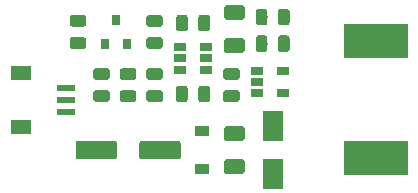
<source format=gtp>
G04 #@! TF.GenerationSoftware,KiCad,Pcbnew,(5.1.4)-1*
G04 #@! TF.CreationDate,2020-03-31T09:33:02+09:00*
G04 #@! TF.ProjectId,solenoid-driver,736f6c65-6e6f-4696-942d-647269766572,rev?*
G04 #@! TF.SameCoordinates,Original*
G04 #@! TF.FileFunction,Paste,Top*
G04 #@! TF.FilePolarity,Positive*
%FSLAX46Y46*%
G04 Gerber Fmt 4.6, Leading zero omitted, Abs format (unit mm)*
G04 Created by KiCad (PCBNEW (5.1.4)-1) date 2020-03-31 09:33:02*
%MOMM*%
%LPD*%
G04 APERTURE LIST*
%ADD10R,1.200000X0.900000*%
%ADD11C,0.100000*%
%ADD12C,0.975000*%
%ADD13R,0.800000X0.900000*%
%ADD14R,1.060000X0.650000*%
%ADD15R,5.400000X2.900000*%
%ADD16R,1.550000X0.600000*%
%ADD17R,1.800000X1.200000*%
%ADD18R,1.800000X2.500000*%
%ADD19C,1.600000*%
%ADD20C,1.250000*%
G04 APERTURE END LIST*
D10*
X186250000Y-123400000D03*
X186250000Y-120100000D03*
D11*
G36*
X178230142Y-116701174D02*
G01*
X178253803Y-116704684D01*
X178277007Y-116710496D01*
X178299529Y-116718554D01*
X178321153Y-116728782D01*
X178341670Y-116741079D01*
X178360883Y-116755329D01*
X178378607Y-116771393D01*
X178394671Y-116789117D01*
X178408921Y-116808330D01*
X178421218Y-116828847D01*
X178431446Y-116850471D01*
X178439504Y-116872993D01*
X178445316Y-116896197D01*
X178448826Y-116919858D01*
X178450000Y-116943750D01*
X178450000Y-117431250D01*
X178448826Y-117455142D01*
X178445316Y-117478803D01*
X178439504Y-117502007D01*
X178431446Y-117524529D01*
X178421218Y-117546153D01*
X178408921Y-117566670D01*
X178394671Y-117585883D01*
X178378607Y-117603607D01*
X178360883Y-117619671D01*
X178341670Y-117633921D01*
X178321153Y-117646218D01*
X178299529Y-117656446D01*
X178277007Y-117664504D01*
X178253803Y-117670316D01*
X178230142Y-117673826D01*
X178206250Y-117675000D01*
X177293750Y-117675000D01*
X177269858Y-117673826D01*
X177246197Y-117670316D01*
X177222993Y-117664504D01*
X177200471Y-117656446D01*
X177178847Y-117646218D01*
X177158330Y-117633921D01*
X177139117Y-117619671D01*
X177121393Y-117603607D01*
X177105329Y-117585883D01*
X177091079Y-117566670D01*
X177078782Y-117546153D01*
X177068554Y-117524529D01*
X177060496Y-117502007D01*
X177054684Y-117478803D01*
X177051174Y-117455142D01*
X177050000Y-117431250D01*
X177050000Y-116943750D01*
X177051174Y-116919858D01*
X177054684Y-116896197D01*
X177060496Y-116872993D01*
X177068554Y-116850471D01*
X177078782Y-116828847D01*
X177091079Y-116808330D01*
X177105329Y-116789117D01*
X177121393Y-116771393D01*
X177139117Y-116755329D01*
X177158330Y-116741079D01*
X177178847Y-116728782D01*
X177200471Y-116718554D01*
X177222993Y-116710496D01*
X177246197Y-116704684D01*
X177269858Y-116701174D01*
X177293750Y-116700000D01*
X178206250Y-116700000D01*
X178230142Y-116701174D01*
X178230142Y-116701174D01*
G37*
D12*
X177750000Y-117187500D03*
D11*
G36*
X178230142Y-114826174D02*
G01*
X178253803Y-114829684D01*
X178277007Y-114835496D01*
X178299529Y-114843554D01*
X178321153Y-114853782D01*
X178341670Y-114866079D01*
X178360883Y-114880329D01*
X178378607Y-114896393D01*
X178394671Y-114914117D01*
X178408921Y-114933330D01*
X178421218Y-114953847D01*
X178431446Y-114975471D01*
X178439504Y-114997993D01*
X178445316Y-115021197D01*
X178448826Y-115044858D01*
X178450000Y-115068750D01*
X178450000Y-115556250D01*
X178448826Y-115580142D01*
X178445316Y-115603803D01*
X178439504Y-115627007D01*
X178431446Y-115649529D01*
X178421218Y-115671153D01*
X178408921Y-115691670D01*
X178394671Y-115710883D01*
X178378607Y-115728607D01*
X178360883Y-115744671D01*
X178341670Y-115758921D01*
X178321153Y-115771218D01*
X178299529Y-115781446D01*
X178277007Y-115789504D01*
X178253803Y-115795316D01*
X178230142Y-115798826D01*
X178206250Y-115800000D01*
X177293750Y-115800000D01*
X177269858Y-115798826D01*
X177246197Y-115795316D01*
X177222993Y-115789504D01*
X177200471Y-115781446D01*
X177178847Y-115771218D01*
X177158330Y-115758921D01*
X177139117Y-115744671D01*
X177121393Y-115728607D01*
X177105329Y-115710883D01*
X177091079Y-115691670D01*
X177078782Y-115671153D01*
X177068554Y-115649529D01*
X177060496Y-115627007D01*
X177054684Y-115603803D01*
X177051174Y-115580142D01*
X177050000Y-115556250D01*
X177050000Y-115068750D01*
X177051174Y-115044858D01*
X177054684Y-115021197D01*
X177060496Y-114997993D01*
X177068554Y-114975471D01*
X177078782Y-114953847D01*
X177091079Y-114933330D01*
X177105329Y-114914117D01*
X177121393Y-114896393D01*
X177139117Y-114880329D01*
X177158330Y-114866079D01*
X177178847Y-114853782D01*
X177200471Y-114843554D01*
X177222993Y-114835496D01*
X177246197Y-114829684D01*
X177269858Y-114826174D01*
X177293750Y-114825000D01*
X178206250Y-114825000D01*
X178230142Y-114826174D01*
X178230142Y-114826174D01*
G37*
D12*
X177750000Y-115312500D03*
D13*
X179000000Y-110750000D03*
X179950000Y-112750000D03*
X178050000Y-112750000D03*
D11*
G36*
X176230142Y-112201174D02*
G01*
X176253803Y-112204684D01*
X176277007Y-112210496D01*
X176299529Y-112218554D01*
X176321153Y-112228782D01*
X176341670Y-112241079D01*
X176360883Y-112255329D01*
X176378607Y-112271393D01*
X176394671Y-112289117D01*
X176408921Y-112308330D01*
X176421218Y-112328847D01*
X176431446Y-112350471D01*
X176439504Y-112372993D01*
X176445316Y-112396197D01*
X176448826Y-112419858D01*
X176450000Y-112443750D01*
X176450000Y-112931250D01*
X176448826Y-112955142D01*
X176445316Y-112978803D01*
X176439504Y-113002007D01*
X176431446Y-113024529D01*
X176421218Y-113046153D01*
X176408921Y-113066670D01*
X176394671Y-113085883D01*
X176378607Y-113103607D01*
X176360883Y-113119671D01*
X176341670Y-113133921D01*
X176321153Y-113146218D01*
X176299529Y-113156446D01*
X176277007Y-113164504D01*
X176253803Y-113170316D01*
X176230142Y-113173826D01*
X176206250Y-113175000D01*
X175293750Y-113175000D01*
X175269858Y-113173826D01*
X175246197Y-113170316D01*
X175222993Y-113164504D01*
X175200471Y-113156446D01*
X175178847Y-113146218D01*
X175158330Y-113133921D01*
X175139117Y-113119671D01*
X175121393Y-113103607D01*
X175105329Y-113085883D01*
X175091079Y-113066670D01*
X175078782Y-113046153D01*
X175068554Y-113024529D01*
X175060496Y-113002007D01*
X175054684Y-112978803D01*
X175051174Y-112955142D01*
X175050000Y-112931250D01*
X175050000Y-112443750D01*
X175051174Y-112419858D01*
X175054684Y-112396197D01*
X175060496Y-112372993D01*
X175068554Y-112350471D01*
X175078782Y-112328847D01*
X175091079Y-112308330D01*
X175105329Y-112289117D01*
X175121393Y-112271393D01*
X175139117Y-112255329D01*
X175158330Y-112241079D01*
X175178847Y-112228782D01*
X175200471Y-112218554D01*
X175222993Y-112210496D01*
X175246197Y-112204684D01*
X175269858Y-112201174D01*
X175293750Y-112200000D01*
X176206250Y-112200000D01*
X176230142Y-112201174D01*
X176230142Y-112201174D01*
G37*
D12*
X175750000Y-112687500D03*
D11*
G36*
X176230142Y-110326174D02*
G01*
X176253803Y-110329684D01*
X176277007Y-110335496D01*
X176299529Y-110343554D01*
X176321153Y-110353782D01*
X176341670Y-110366079D01*
X176360883Y-110380329D01*
X176378607Y-110396393D01*
X176394671Y-110414117D01*
X176408921Y-110433330D01*
X176421218Y-110453847D01*
X176431446Y-110475471D01*
X176439504Y-110497993D01*
X176445316Y-110521197D01*
X176448826Y-110544858D01*
X176450000Y-110568750D01*
X176450000Y-111056250D01*
X176448826Y-111080142D01*
X176445316Y-111103803D01*
X176439504Y-111127007D01*
X176431446Y-111149529D01*
X176421218Y-111171153D01*
X176408921Y-111191670D01*
X176394671Y-111210883D01*
X176378607Y-111228607D01*
X176360883Y-111244671D01*
X176341670Y-111258921D01*
X176321153Y-111271218D01*
X176299529Y-111281446D01*
X176277007Y-111289504D01*
X176253803Y-111295316D01*
X176230142Y-111298826D01*
X176206250Y-111300000D01*
X175293750Y-111300000D01*
X175269858Y-111298826D01*
X175246197Y-111295316D01*
X175222993Y-111289504D01*
X175200471Y-111281446D01*
X175178847Y-111271218D01*
X175158330Y-111258921D01*
X175139117Y-111244671D01*
X175121393Y-111228607D01*
X175105329Y-111210883D01*
X175091079Y-111191670D01*
X175078782Y-111171153D01*
X175068554Y-111149529D01*
X175060496Y-111127007D01*
X175054684Y-111103803D01*
X175051174Y-111080142D01*
X175050000Y-111056250D01*
X175050000Y-110568750D01*
X175051174Y-110544858D01*
X175054684Y-110521197D01*
X175060496Y-110497993D01*
X175068554Y-110475471D01*
X175078782Y-110453847D01*
X175091079Y-110433330D01*
X175105329Y-110414117D01*
X175121393Y-110396393D01*
X175139117Y-110380329D01*
X175158330Y-110366079D01*
X175178847Y-110353782D01*
X175200471Y-110343554D01*
X175222993Y-110335496D01*
X175246197Y-110329684D01*
X175269858Y-110326174D01*
X175293750Y-110325000D01*
X176206250Y-110325000D01*
X176230142Y-110326174D01*
X176230142Y-110326174D01*
G37*
D12*
X175750000Y-110812500D03*
D11*
G36*
X182730142Y-116701174D02*
G01*
X182753803Y-116704684D01*
X182777007Y-116710496D01*
X182799529Y-116718554D01*
X182821153Y-116728782D01*
X182841670Y-116741079D01*
X182860883Y-116755329D01*
X182878607Y-116771393D01*
X182894671Y-116789117D01*
X182908921Y-116808330D01*
X182921218Y-116828847D01*
X182931446Y-116850471D01*
X182939504Y-116872993D01*
X182945316Y-116896197D01*
X182948826Y-116919858D01*
X182950000Y-116943750D01*
X182950000Y-117431250D01*
X182948826Y-117455142D01*
X182945316Y-117478803D01*
X182939504Y-117502007D01*
X182931446Y-117524529D01*
X182921218Y-117546153D01*
X182908921Y-117566670D01*
X182894671Y-117585883D01*
X182878607Y-117603607D01*
X182860883Y-117619671D01*
X182841670Y-117633921D01*
X182821153Y-117646218D01*
X182799529Y-117656446D01*
X182777007Y-117664504D01*
X182753803Y-117670316D01*
X182730142Y-117673826D01*
X182706250Y-117675000D01*
X181793750Y-117675000D01*
X181769858Y-117673826D01*
X181746197Y-117670316D01*
X181722993Y-117664504D01*
X181700471Y-117656446D01*
X181678847Y-117646218D01*
X181658330Y-117633921D01*
X181639117Y-117619671D01*
X181621393Y-117603607D01*
X181605329Y-117585883D01*
X181591079Y-117566670D01*
X181578782Y-117546153D01*
X181568554Y-117524529D01*
X181560496Y-117502007D01*
X181554684Y-117478803D01*
X181551174Y-117455142D01*
X181550000Y-117431250D01*
X181550000Y-116943750D01*
X181551174Y-116919858D01*
X181554684Y-116896197D01*
X181560496Y-116872993D01*
X181568554Y-116850471D01*
X181578782Y-116828847D01*
X181591079Y-116808330D01*
X181605329Y-116789117D01*
X181621393Y-116771393D01*
X181639117Y-116755329D01*
X181658330Y-116741079D01*
X181678847Y-116728782D01*
X181700471Y-116718554D01*
X181722993Y-116710496D01*
X181746197Y-116704684D01*
X181769858Y-116701174D01*
X181793750Y-116700000D01*
X182706250Y-116700000D01*
X182730142Y-116701174D01*
X182730142Y-116701174D01*
G37*
D12*
X182250000Y-117187500D03*
D11*
G36*
X182730142Y-114826174D02*
G01*
X182753803Y-114829684D01*
X182777007Y-114835496D01*
X182799529Y-114843554D01*
X182821153Y-114853782D01*
X182841670Y-114866079D01*
X182860883Y-114880329D01*
X182878607Y-114896393D01*
X182894671Y-114914117D01*
X182908921Y-114933330D01*
X182921218Y-114953847D01*
X182931446Y-114975471D01*
X182939504Y-114997993D01*
X182945316Y-115021197D01*
X182948826Y-115044858D01*
X182950000Y-115068750D01*
X182950000Y-115556250D01*
X182948826Y-115580142D01*
X182945316Y-115603803D01*
X182939504Y-115627007D01*
X182931446Y-115649529D01*
X182921218Y-115671153D01*
X182908921Y-115691670D01*
X182894671Y-115710883D01*
X182878607Y-115728607D01*
X182860883Y-115744671D01*
X182841670Y-115758921D01*
X182821153Y-115771218D01*
X182799529Y-115781446D01*
X182777007Y-115789504D01*
X182753803Y-115795316D01*
X182730142Y-115798826D01*
X182706250Y-115800000D01*
X181793750Y-115800000D01*
X181769858Y-115798826D01*
X181746197Y-115795316D01*
X181722993Y-115789504D01*
X181700471Y-115781446D01*
X181678847Y-115771218D01*
X181658330Y-115758921D01*
X181639117Y-115744671D01*
X181621393Y-115728607D01*
X181605329Y-115710883D01*
X181591079Y-115691670D01*
X181578782Y-115671153D01*
X181568554Y-115649529D01*
X181560496Y-115627007D01*
X181554684Y-115603803D01*
X181551174Y-115580142D01*
X181550000Y-115556250D01*
X181550000Y-115068750D01*
X181551174Y-115044858D01*
X181554684Y-115021197D01*
X181560496Y-114997993D01*
X181568554Y-114975471D01*
X181578782Y-114953847D01*
X181591079Y-114933330D01*
X181605329Y-114914117D01*
X181621393Y-114896393D01*
X181639117Y-114880329D01*
X181658330Y-114866079D01*
X181678847Y-114853782D01*
X181700471Y-114843554D01*
X181722993Y-114835496D01*
X181746197Y-114829684D01*
X181769858Y-114826174D01*
X181793750Y-114825000D01*
X182706250Y-114825000D01*
X182730142Y-114826174D01*
X182730142Y-114826174D01*
G37*
D12*
X182250000Y-115312500D03*
D11*
G36*
X180480142Y-116701174D02*
G01*
X180503803Y-116704684D01*
X180527007Y-116710496D01*
X180549529Y-116718554D01*
X180571153Y-116728782D01*
X180591670Y-116741079D01*
X180610883Y-116755329D01*
X180628607Y-116771393D01*
X180644671Y-116789117D01*
X180658921Y-116808330D01*
X180671218Y-116828847D01*
X180681446Y-116850471D01*
X180689504Y-116872993D01*
X180695316Y-116896197D01*
X180698826Y-116919858D01*
X180700000Y-116943750D01*
X180700000Y-117431250D01*
X180698826Y-117455142D01*
X180695316Y-117478803D01*
X180689504Y-117502007D01*
X180681446Y-117524529D01*
X180671218Y-117546153D01*
X180658921Y-117566670D01*
X180644671Y-117585883D01*
X180628607Y-117603607D01*
X180610883Y-117619671D01*
X180591670Y-117633921D01*
X180571153Y-117646218D01*
X180549529Y-117656446D01*
X180527007Y-117664504D01*
X180503803Y-117670316D01*
X180480142Y-117673826D01*
X180456250Y-117675000D01*
X179543750Y-117675000D01*
X179519858Y-117673826D01*
X179496197Y-117670316D01*
X179472993Y-117664504D01*
X179450471Y-117656446D01*
X179428847Y-117646218D01*
X179408330Y-117633921D01*
X179389117Y-117619671D01*
X179371393Y-117603607D01*
X179355329Y-117585883D01*
X179341079Y-117566670D01*
X179328782Y-117546153D01*
X179318554Y-117524529D01*
X179310496Y-117502007D01*
X179304684Y-117478803D01*
X179301174Y-117455142D01*
X179300000Y-117431250D01*
X179300000Y-116943750D01*
X179301174Y-116919858D01*
X179304684Y-116896197D01*
X179310496Y-116872993D01*
X179318554Y-116850471D01*
X179328782Y-116828847D01*
X179341079Y-116808330D01*
X179355329Y-116789117D01*
X179371393Y-116771393D01*
X179389117Y-116755329D01*
X179408330Y-116741079D01*
X179428847Y-116728782D01*
X179450471Y-116718554D01*
X179472993Y-116710496D01*
X179496197Y-116704684D01*
X179519858Y-116701174D01*
X179543750Y-116700000D01*
X180456250Y-116700000D01*
X180480142Y-116701174D01*
X180480142Y-116701174D01*
G37*
D12*
X180000000Y-117187500D03*
D11*
G36*
X180480142Y-114826174D02*
G01*
X180503803Y-114829684D01*
X180527007Y-114835496D01*
X180549529Y-114843554D01*
X180571153Y-114853782D01*
X180591670Y-114866079D01*
X180610883Y-114880329D01*
X180628607Y-114896393D01*
X180644671Y-114914117D01*
X180658921Y-114933330D01*
X180671218Y-114953847D01*
X180681446Y-114975471D01*
X180689504Y-114997993D01*
X180695316Y-115021197D01*
X180698826Y-115044858D01*
X180700000Y-115068750D01*
X180700000Y-115556250D01*
X180698826Y-115580142D01*
X180695316Y-115603803D01*
X180689504Y-115627007D01*
X180681446Y-115649529D01*
X180671218Y-115671153D01*
X180658921Y-115691670D01*
X180644671Y-115710883D01*
X180628607Y-115728607D01*
X180610883Y-115744671D01*
X180591670Y-115758921D01*
X180571153Y-115771218D01*
X180549529Y-115781446D01*
X180527007Y-115789504D01*
X180503803Y-115795316D01*
X180480142Y-115798826D01*
X180456250Y-115800000D01*
X179543750Y-115800000D01*
X179519858Y-115798826D01*
X179496197Y-115795316D01*
X179472993Y-115789504D01*
X179450471Y-115781446D01*
X179428847Y-115771218D01*
X179408330Y-115758921D01*
X179389117Y-115744671D01*
X179371393Y-115728607D01*
X179355329Y-115710883D01*
X179341079Y-115691670D01*
X179328782Y-115671153D01*
X179318554Y-115649529D01*
X179310496Y-115627007D01*
X179304684Y-115603803D01*
X179301174Y-115580142D01*
X179300000Y-115556250D01*
X179300000Y-115068750D01*
X179301174Y-115044858D01*
X179304684Y-115021197D01*
X179310496Y-114997993D01*
X179318554Y-114975471D01*
X179328782Y-114953847D01*
X179341079Y-114933330D01*
X179355329Y-114914117D01*
X179371393Y-114896393D01*
X179389117Y-114880329D01*
X179408330Y-114866079D01*
X179428847Y-114853782D01*
X179450471Y-114843554D01*
X179472993Y-114835496D01*
X179496197Y-114829684D01*
X179519858Y-114826174D01*
X179543750Y-114825000D01*
X180456250Y-114825000D01*
X180480142Y-114826174D01*
X180480142Y-114826174D01*
G37*
D12*
X180000000Y-115312500D03*
D14*
X193100000Y-115050000D03*
X193100000Y-116950000D03*
X190900000Y-116950000D03*
X190900000Y-116000000D03*
X190900000Y-115050000D03*
X184400000Y-113050000D03*
X184400000Y-114000000D03*
X184400000Y-114950000D03*
X186600000Y-114950000D03*
X186600000Y-113050000D03*
X186600000Y-114000000D03*
D11*
G36*
X191580142Y-112051174D02*
G01*
X191603803Y-112054684D01*
X191627007Y-112060496D01*
X191649529Y-112068554D01*
X191671153Y-112078782D01*
X191691670Y-112091079D01*
X191710883Y-112105329D01*
X191728607Y-112121393D01*
X191744671Y-112139117D01*
X191758921Y-112158330D01*
X191771218Y-112178847D01*
X191781446Y-112200471D01*
X191789504Y-112222993D01*
X191795316Y-112246197D01*
X191798826Y-112269858D01*
X191800000Y-112293750D01*
X191800000Y-113206250D01*
X191798826Y-113230142D01*
X191795316Y-113253803D01*
X191789504Y-113277007D01*
X191781446Y-113299529D01*
X191771218Y-113321153D01*
X191758921Y-113341670D01*
X191744671Y-113360883D01*
X191728607Y-113378607D01*
X191710883Y-113394671D01*
X191691670Y-113408921D01*
X191671153Y-113421218D01*
X191649529Y-113431446D01*
X191627007Y-113439504D01*
X191603803Y-113445316D01*
X191580142Y-113448826D01*
X191556250Y-113450000D01*
X191068750Y-113450000D01*
X191044858Y-113448826D01*
X191021197Y-113445316D01*
X190997993Y-113439504D01*
X190975471Y-113431446D01*
X190953847Y-113421218D01*
X190933330Y-113408921D01*
X190914117Y-113394671D01*
X190896393Y-113378607D01*
X190880329Y-113360883D01*
X190866079Y-113341670D01*
X190853782Y-113321153D01*
X190843554Y-113299529D01*
X190835496Y-113277007D01*
X190829684Y-113253803D01*
X190826174Y-113230142D01*
X190825000Y-113206250D01*
X190825000Y-112293750D01*
X190826174Y-112269858D01*
X190829684Y-112246197D01*
X190835496Y-112222993D01*
X190843554Y-112200471D01*
X190853782Y-112178847D01*
X190866079Y-112158330D01*
X190880329Y-112139117D01*
X190896393Y-112121393D01*
X190914117Y-112105329D01*
X190933330Y-112091079D01*
X190953847Y-112078782D01*
X190975471Y-112068554D01*
X190997993Y-112060496D01*
X191021197Y-112054684D01*
X191044858Y-112051174D01*
X191068750Y-112050000D01*
X191556250Y-112050000D01*
X191580142Y-112051174D01*
X191580142Y-112051174D01*
G37*
D12*
X191312500Y-112750000D03*
D11*
G36*
X193455142Y-112051174D02*
G01*
X193478803Y-112054684D01*
X193502007Y-112060496D01*
X193524529Y-112068554D01*
X193546153Y-112078782D01*
X193566670Y-112091079D01*
X193585883Y-112105329D01*
X193603607Y-112121393D01*
X193619671Y-112139117D01*
X193633921Y-112158330D01*
X193646218Y-112178847D01*
X193656446Y-112200471D01*
X193664504Y-112222993D01*
X193670316Y-112246197D01*
X193673826Y-112269858D01*
X193675000Y-112293750D01*
X193675000Y-113206250D01*
X193673826Y-113230142D01*
X193670316Y-113253803D01*
X193664504Y-113277007D01*
X193656446Y-113299529D01*
X193646218Y-113321153D01*
X193633921Y-113341670D01*
X193619671Y-113360883D01*
X193603607Y-113378607D01*
X193585883Y-113394671D01*
X193566670Y-113408921D01*
X193546153Y-113421218D01*
X193524529Y-113431446D01*
X193502007Y-113439504D01*
X193478803Y-113445316D01*
X193455142Y-113448826D01*
X193431250Y-113450000D01*
X192943750Y-113450000D01*
X192919858Y-113448826D01*
X192896197Y-113445316D01*
X192872993Y-113439504D01*
X192850471Y-113431446D01*
X192828847Y-113421218D01*
X192808330Y-113408921D01*
X192789117Y-113394671D01*
X192771393Y-113378607D01*
X192755329Y-113360883D01*
X192741079Y-113341670D01*
X192728782Y-113321153D01*
X192718554Y-113299529D01*
X192710496Y-113277007D01*
X192704684Y-113253803D01*
X192701174Y-113230142D01*
X192700000Y-113206250D01*
X192700000Y-112293750D01*
X192701174Y-112269858D01*
X192704684Y-112246197D01*
X192710496Y-112222993D01*
X192718554Y-112200471D01*
X192728782Y-112178847D01*
X192741079Y-112158330D01*
X192755329Y-112139117D01*
X192771393Y-112121393D01*
X192789117Y-112105329D01*
X192808330Y-112091079D01*
X192828847Y-112078782D01*
X192850471Y-112068554D01*
X192872993Y-112060496D01*
X192896197Y-112054684D01*
X192919858Y-112051174D01*
X192943750Y-112050000D01*
X193431250Y-112050000D01*
X193455142Y-112051174D01*
X193455142Y-112051174D01*
G37*
D12*
X193187500Y-112750000D03*
D11*
G36*
X191580142Y-109801174D02*
G01*
X191603803Y-109804684D01*
X191627007Y-109810496D01*
X191649529Y-109818554D01*
X191671153Y-109828782D01*
X191691670Y-109841079D01*
X191710883Y-109855329D01*
X191728607Y-109871393D01*
X191744671Y-109889117D01*
X191758921Y-109908330D01*
X191771218Y-109928847D01*
X191781446Y-109950471D01*
X191789504Y-109972993D01*
X191795316Y-109996197D01*
X191798826Y-110019858D01*
X191800000Y-110043750D01*
X191800000Y-110956250D01*
X191798826Y-110980142D01*
X191795316Y-111003803D01*
X191789504Y-111027007D01*
X191781446Y-111049529D01*
X191771218Y-111071153D01*
X191758921Y-111091670D01*
X191744671Y-111110883D01*
X191728607Y-111128607D01*
X191710883Y-111144671D01*
X191691670Y-111158921D01*
X191671153Y-111171218D01*
X191649529Y-111181446D01*
X191627007Y-111189504D01*
X191603803Y-111195316D01*
X191580142Y-111198826D01*
X191556250Y-111200000D01*
X191068750Y-111200000D01*
X191044858Y-111198826D01*
X191021197Y-111195316D01*
X190997993Y-111189504D01*
X190975471Y-111181446D01*
X190953847Y-111171218D01*
X190933330Y-111158921D01*
X190914117Y-111144671D01*
X190896393Y-111128607D01*
X190880329Y-111110883D01*
X190866079Y-111091670D01*
X190853782Y-111071153D01*
X190843554Y-111049529D01*
X190835496Y-111027007D01*
X190829684Y-111003803D01*
X190826174Y-110980142D01*
X190825000Y-110956250D01*
X190825000Y-110043750D01*
X190826174Y-110019858D01*
X190829684Y-109996197D01*
X190835496Y-109972993D01*
X190843554Y-109950471D01*
X190853782Y-109928847D01*
X190866079Y-109908330D01*
X190880329Y-109889117D01*
X190896393Y-109871393D01*
X190914117Y-109855329D01*
X190933330Y-109841079D01*
X190953847Y-109828782D01*
X190975471Y-109818554D01*
X190997993Y-109810496D01*
X191021197Y-109804684D01*
X191044858Y-109801174D01*
X191068750Y-109800000D01*
X191556250Y-109800000D01*
X191580142Y-109801174D01*
X191580142Y-109801174D01*
G37*
D12*
X191312500Y-110500000D03*
D11*
G36*
X193455142Y-109801174D02*
G01*
X193478803Y-109804684D01*
X193502007Y-109810496D01*
X193524529Y-109818554D01*
X193546153Y-109828782D01*
X193566670Y-109841079D01*
X193585883Y-109855329D01*
X193603607Y-109871393D01*
X193619671Y-109889117D01*
X193633921Y-109908330D01*
X193646218Y-109928847D01*
X193656446Y-109950471D01*
X193664504Y-109972993D01*
X193670316Y-109996197D01*
X193673826Y-110019858D01*
X193675000Y-110043750D01*
X193675000Y-110956250D01*
X193673826Y-110980142D01*
X193670316Y-111003803D01*
X193664504Y-111027007D01*
X193656446Y-111049529D01*
X193646218Y-111071153D01*
X193633921Y-111091670D01*
X193619671Y-111110883D01*
X193603607Y-111128607D01*
X193585883Y-111144671D01*
X193566670Y-111158921D01*
X193546153Y-111171218D01*
X193524529Y-111181446D01*
X193502007Y-111189504D01*
X193478803Y-111195316D01*
X193455142Y-111198826D01*
X193431250Y-111200000D01*
X192943750Y-111200000D01*
X192919858Y-111198826D01*
X192896197Y-111195316D01*
X192872993Y-111189504D01*
X192850471Y-111181446D01*
X192828847Y-111171218D01*
X192808330Y-111158921D01*
X192789117Y-111144671D01*
X192771393Y-111128607D01*
X192755329Y-111110883D01*
X192741079Y-111091670D01*
X192728782Y-111071153D01*
X192718554Y-111049529D01*
X192710496Y-111027007D01*
X192704684Y-111003803D01*
X192701174Y-110980142D01*
X192700000Y-110956250D01*
X192700000Y-110043750D01*
X192701174Y-110019858D01*
X192704684Y-109996197D01*
X192710496Y-109972993D01*
X192718554Y-109950471D01*
X192728782Y-109928847D01*
X192741079Y-109908330D01*
X192755329Y-109889117D01*
X192771393Y-109871393D01*
X192789117Y-109855329D01*
X192808330Y-109841079D01*
X192828847Y-109828782D01*
X192850471Y-109818554D01*
X192872993Y-109810496D01*
X192896197Y-109804684D01*
X192919858Y-109801174D01*
X192943750Y-109800000D01*
X193431250Y-109800000D01*
X193455142Y-109801174D01*
X193455142Y-109801174D01*
G37*
D12*
X193187500Y-110500000D03*
D11*
G36*
X186705142Y-116301174D02*
G01*
X186728803Y-116304684D01*
X186752007Y-116310496D01*
X186774529Y-116318554D01*
X186796153Y-116328782D01*
X186816670Y-116341079D01*
X186835883Y-116355329D01*
X186853607Y-116371393D01*
X186869671Y-116389117D01*
X186883921Y-116408330D01*
X186896218Y-116428847D01*
X186906446Y-116450471D01*
X186914504Y-116472993D01*
X186920316Y-116496197D01*
X186923826Y-116519858D01*
X186925000Y-116543750D01*
X186925000Y-117456250D01*
X186923826Y-117480142D01*
X186920316Y-117503803D01*
X186914504Y-117527007D01*
X186906446Y-117549529D01*
X186896218Y-117571153D01*
X186883921Y-117591670D01*
X186869671Y-117610883D01*
X186853607Y-117628607D01*
X186835883Y-117644671D01*
X186816670Y-117658921D01*
X186796153Y-117671218D01*
X186774529Y-117681446D01*
X186752007Y-117689504D01*
X186728803Y-117695316D01*
X186705142Y-117698826D01*
X186681250Y-117700000D01*
X186193750Y-117700000D01*
X186169858Y-117698826D01*
X186146197Y-117695316D01*
X186122993Y-117689504D01*
X186100471Y-117681446D01*
X186078847Y-117671218D01*
X186058330Y-117658921D01*
X186039117Y-117644671D01*
X186021393Y-117628607D01*
X186005329Y-117610883D01*
X185991079Y-117591670D01*
X185978782Y-117571153D01*
X185968554Y-117549529D01*
X185960496Y-117527007D01*
X185954684Y-117503803D01*
X185951174Y-117480142D01*
X185950000Y-117456250D01*
X185950000Y-116543750D01*
X185951174Y-116519858D01*
X185954684Y-116496197D01*
X185960496Y-116472993D01*
X185968554Y-116450471D01*
X185978782Y-116428847D01*
X185991079Y-116408330D01*
X186005329Y-116389117D01*
X186021393Y-116371393D01*
X186039117Y-116355329D01*
X186058330Y-116341079D01*
X186078847Y-116328782D01*
X186100471Y-116318554D01*
X186122993Y-116310496D01*
X186146197Y-116304684D01*
X186169858Y-116301174D01*
X186193750Y-116300000D01*
X186681250Y-116300000D01*
X186705142Y-116301174D01*
X186705142Y-116301174D01*
G37*
D12*
X186437500Y-117000000D03*
D11*
G36*
X184830142Y-116301174D02*
G01*
X184853803Y-116304684D01*
X184877007Y-116310496D01*
X184899529Y-116318554D01*
X184921153Y-116328782D01*
X184941670Y-116341079D01*
X184960883Y-116355329D01*
X184978607Y-116371393D01*
X184994671Y-116389117D01*
X185008921Y-116408330D01*
X185021218Y-116428847D01*
X185031446Y-116450471D01*
X185039504Y-116472993D01*
X185045316Y-116496197D01*
X185048826Y-116519858D01*
X185050000Y-116543750D01*
X185050000Y-117456250D01*
X185048826Y-117480142D01*
X185045316Y-117503803D01*
X185039504Y-117527007D01*
X185031446Y-117549529D01*
X185021218Y-117571153D01*
X185008921Y-117591670D01*
X184994671Y-117610883D01*
X184978607Y-117628607D01*
X184960883Y-117644671D01*
X184941670Y-117658921D01*
X184921153Y-117671218D01*
X184899529Y-117681446D01*
X184877007Y-117689504D01*
X184853803Y-117695316D01*
X184830142Y-117698826D01*
X184806250Y-117700000D01*
X184318750Y-117700000D01*
X184294858Y-117698826D01*
X184271197Y-117695316D01*
X184247993Y-117689504D01*
X184225471Y-117681446D01*
X184203847Y-117671218D01*
X184183330Y-117658921D01*
X184164117Y-117644671D01*
X184146393Y-117628607D01*
X184130329Y-117610883D01*
X184116079Y-117591670D01*
X184103782Y-117571153D01*
X184093554Y-117549529D01*
X184085496Y-117527007D01*
X184079684Y-117503803D01*
X184076174Y-117480142D01*
X184075000Y-117456250D01*
X184075000Y-116543750D01*
X184076174Y-116519858D01*
X184079684Y-116496197D01*
X184085496Y-116472993D01*
X184093554Y-116450471D01*
X184103782Y-116428847D01*
X184116079Y-116408330D01*
X184130329Y-116389117D01*
X184146393Y-116371393D01*
X184164117Y-116355329D01*
X184183330Y-116341079D01*
X184203847Y-116328782D01*
X184225471Y-116318554D01*
X184247993Y-116310496D01*
X184271197Y-116304684D01*
X184294858Y-116301174D01*
X184318750Y-116300000D01*
X184806250Y-116300000D01*
X184830142Y-116301174D01*
X184830142Y-116301174D01*
G37*
D12*
X184562500Y-117000000D03*
D11*
G36*
X189230142Y-114826174D02*
G01*
X189253803Y-114829684D01*
X189277007Y-114835496D01*
X189299529Y-114843554D01*
X189321153Y-114853782D01*
X189341670Y-114866079D01*
X189360883Y-114880329D01*
X189378607Y-114896393D01*
X189394671Y-114914117D01*
X189408921Y-114933330D01*
X189421218Y-114953847D01*
X189431446Y-114975471D01*
X189439504Y-114997993D01*
X189445316Y-115021197D01*
X189448826Y-115044858D01*
X189450000Y-115068750D01*
X189450000Y-115556250D01*
X189448826Y-115580142D01*
X189445316Y-115603803D01*
X189439504Y-115627007D01*
X189431446Y-115649529D01*
X189421218Y-115671153D01*
X189408921Y-115691670D01*
X189394671Y-115710883D01*
X189378607Y-115728607D01*
X189360883Y-115744671D01*
X189341670Y-115758921D01*
X189321153Y-115771218D01*
X189299529Y-115781446D01*
X189277007Y-115789504D01*
X189253803Y-115795316D01*
X189230142Y-115798826D01*
X189206250Y-115800000D01*
X188293750Y-115800000D01*
X188269858Y-115798826D01*
X188246197Y-115795316D01*
X188222993Y-115789504D01*
X188200471Y-115781446D01*
X188178847Y-115771218D01*
X188158330Y-115758921D01*
X188139117Y-115744671D01*
X188121393Y-115728607D01*
X188105329Y-115710883D01*
X188091079Y-115691670D01*
X188078782Y-115671153D01*
X188068554Y-115649529D01*
X188060496Y-115627007D01*
X188054684Y-115603803D01*
X188051174Y-115580142D01*
X188050000Y-115556250D01*
X188050000Y-115068750D01*
X188051174Y-115044858D01*
X188054684Y-115021197D01*
X188060496Y-114997993D01*
X188068554Y-114975471D01*
X188078782Y-114953847D01*
X188091079Y-114933330D01*
X188105329Y-114914117D01*
X188121393Y-114896393D01*
X188139117Y-114880329D01*
X188158330Y-114866079D01*
X188178847Y-114853782D01*
X188200471Y-114843554D01*
X188222993Y-114835496D01*
X188246197Y-114829684D01*
X188269858Y-114826174D01*
X188293750Y-114825000D01*
X189206250Y-114825000D01*
X189230142Y-114826174D01*
X189230142Y-114826174D01*
G37*
D12*
X188750000Y-115312500D03*
D11*
G36*
X189230142Y-116701174D02*
G01*
X189253803Y-116704684D01*
X189277007Y-116710496D01*
X189299529Y-116718554D01*
X189321153Y-116728782D01*
X189341670Y-116741079D01*
X189360883Y-116755329D01*
X189378607Y-116771393D01*
X189394671Y-116789117D01*
X189408921Y-116808330D01*
X189421218Y-116828847D01*
X189431446Y-116850471D01*
X189439504Y-116872993D01*
X189445316Y-116896197D01*
X189448826Y-116919858D01*
X189450000Y-116943750D01*
X189450000Y-117431250D01*
X189448826Y-117455142D01*
X189445316Y-117478803D01*
X189439504Y-117502007D01*
X189431446Y-117524529D01*
X189421218Y-117546153D01*
X189408921Y-117566670D01*
X189394671Y-117585883D01*
X189378607Y-117603607D01*
X189360883Y-117619671D01*
X189341670Y-117633921D01*
X189321153Y-117646218D01*
X189299529Y-117656446D01*
X189277007Y-117664504D01*
X189253803Y-117670316D01*
X189230142Y-117673826D01*
X189206250Y-117675000D01*
X188293750Y-117675000D01*
X188269858Y-117673826D01*
X188246197Y-117670316D01*
X188222993Y-117664504D01*
X188200471Y-117656446D01*
X188178847Y-117646218D01*
X188158330Y-117633921D01*
X188139117Y-117619671D01*
X188121393Y-117603607D01*
X188105329Y-117585883D01*
X188091079Y-117566670D01*
X188078782Y-117546153D01*
X188068554Y-117524529D01*
X188060496Y-117502007D01*
X188054684Y-117478803D01*
X188051174Y-117455142D01*
X188050000Y-117431250D01*
X188050000Y-116943750D01*
X188051174Y-116919858D01*
X188054684Y-116896197D01*
X188060496Y-116872993D01*
X188068554Y-116850471D01*
X188078782Y-116828847D01*
X188091079Y-116808330D01*
X188105329Y-116789117D01*
X188121393Y-116771393D01*
X188139117Y-116755329D01*
X188158330Y-116741079D01*
X188178847Y-116728782D01*
X188200471Y-116718554D01*
X188222993Y-116710496D01*
X188246197Y-116704684D01*
X188269858Y-116701174D01*
X188293750Y-116700000D01*
X189206250Y-116700000D01*
X189230142Y-116701174D01*
X189230142Y-116701174D01*
G37*
D12*
X188750000Y-117187500D03*
D15*
X201000000Y-122450000D03*
X201000000Y-112550000D03*
D16*
X174775000Y-118500000D03*
X174775000Y-117500000D03*
X174775000Y-116500000D03*
D17*
X170900000Y-115200000D03*
X170900000Y-119800000D03*
D18*
X192250000Y-123750000D03*
X192250000Y-119750000D03*
D11*
G36*
X178824504Y-120951204D02*
G01*
X178848773Y-120954804D01*
X178872571Y-120960765D01*
X178895671Y-120969030D01*
X178917849Y-120979520D01*
X178938893Y-120992133D01*
X178958598Y-121006747D01*
X178976777Y-121023223D01*
X178993253Y-121041402D01*
X179007867Y-121061107D01*
X179020480Y-121082151D01*
X179030970Y-121104329D01*
X179039235Y-121127429D01*
X179045196Y-121151227D01*
X179048796Y-121175496D01*
X179050000Y-121200000D01*
X179050000Y-122300000D01*
X179048796Y-122324504D01*
X179045196Y-122348773D01*
X179039235Y-122372571D01*
X179030970Y-122395671D01*
X179020480Y-122417849D01*
X179007867Y-122438893D01*
X178993253Y-122458598D01*
X178976777Y-122476777D01*
X178958598Y-122493253D01*
X178938893Y-122507867D01*
X178917849Y-122520480D01*
X178895671Y-122530970D01*
X178872571Y-122539235D01*
X178848773Y-122545196D01*
X178824504Y-122548796D01*
X178800000Y-122550000D01*
X175800000Y-122550000D01*
X175775496Y-122548796D01*
X175751227Y-122545196D01*
X175727429Y-122539235D01*
X175704329Y-122530970D01*
X175682151Y-122520480D01*
X175661107Y-122507867D01*
X175641402Y-122493253D01*
X175623223Y-122476777D01*
X175606747Y-122458598D01*
X175592133Y-122438893D01*
X175579520Y-122417849D01*
X175569030Y-122395671D01*
X175560765Y-122372571D01*
X175554804Y-122348773D01*
X175551204Y-122324504D01*
X175550000Y-122300000D01*
X175550000Y-121200000D01*
X175551204Y-121175496D01*
X175554804Y-121151227D01*
X175560765Y-121127429D01*
X175569030Y-121104329D01*
X175579520Y-121082151D01*
X175592133Y-121061107D01*
X175606747Y-121041402D01*
X175623223Y-121023223D01*
X175641402Y-121006747D01*
X175661107Y-120992133D01*
X175682151Y-120979520D01*
X175704329Y-120969030D01*
X175727429Y-120960765D01*
X175751227Y-120954804D01*
X175775496Y-120951204D01*
X175800000Y-120950000D01*
X178800000Y-120950000D01*
X178824504Y-120951204D01*
X178824504Y-120951204D01*
G37*
D19*
X177300000Y-121750000D03*
D11*
G36*
X184224504Y-120951204D02*
G01*
X184248773Y-120954804D01*
X184272571Y-120960765D01*
X184295671Y-120969030D01*
X184317849Y-120979520D01*
X184338893Y-120992133D01*
X184358598Y-121006747D01*
X184376777Y-121023223D01*
X184393253Y-121041402D01*
X184407867Y-121061107D01*
X184420480Y-121082151D01*
X184430970Y-121104329D01*
X184439235Y-121127429D01*
X184445196Y-121151227D01*
X184448796Y-121175496D01*
X184450000Y-121200000D01*
X184450000Y-122300000D01*
X184448796Y-122324504D01*
X184445196Y-122348773D01*
X184439235Y-122372571D01*
X184430970Y-122395671D01*
X184420480Y-122417849D01*
X184407867Y-122438893D01*
X184393253Y-122458598D01*
X184376777Y-122476777D01*
X184358598Y-122493253D01*
X184338893Y-122507867D01*
X184317849Y-122520480D01*
X184295671Y-122530970D01*
X184272571Y-122539235D01*
X184248773Y-122545196D01*
X184224504Y-122548796D01*
X184200000Y-122550000D01*
X181200000Y-122550000D01*
X181175496Y-122548796D01*
X181151227Y-122545196D01*
X181127429Y-122539235D01*
X181104329Y-122530970D01*
X181082151Y-122520480D01*
X181061107Y-122507867D01*
X181041402Y-122493253D01*
X181023223Y-122476777D01*
X181006747Y-122458598D01*
X180992133Y-122438893D01*
X180979520Y-122417849D01*
X180969030Y-122395671D01*
X180960765Y-122372571D01*
X180954804Y-122348773D01*
X180951204Y-122324504D01*
X180950000Y-122300000D01*
X180950000Y-121200000D01*
X180951204Y-121175496D01*
X180954804Y-121151227D01*
X180960765Y-121127429D01*
X180969030Y-121104329D01*
X180979520Y-121082151D01*
X180992133Y-121061107D01*
X181006747Y-121041402D01*
X181023223Y-121023223D01*
X181041402Y-121006747D01*
X181061107Y-120992133D01*
X181082151Y-120979520D01*
X181104329Y-120969030D01*
X181127429Y-120960765D01*
X181151227Y-120954804D01*
X181175496Y-120951204D01*
X181200000Y-120950000D01*
X184200000Y-120950000D01*
X184224504Y-120951204D01*
X184224504Y-120951204D01*
G37*
D19*
X182700000Y-121750000D03*
D11*
G36*
X189649504Y-119726204D02*
G01*
X189673773Y-119729804D01*
X189697571Y-119735765D01*
X189720671Y-119744030D01*
X189742849Y-119754520D01*
X189763893Y-119767133D01*
X189783598Y-119781747D01*
X189801777Y-119798223D01*
X189818253Y-119816402D01*
X189832867Y-119836107D01*
X189845480Y-119857151D01*
X189855970Y-119879329D01*
X189864235Y-119902429D01*
X189870196Y-119926227D01*
X189873796Y-119950496D01*
X189875000Y-119975000D01*
X189875000Y-120725000D01*
X189873796Y-120749504D01*
X189870196Y-120773773D01*
X189864235Y-120797571D01*
X189855970Y-120820671D01*
X189845480Y-120842849D01*
X189832867Y-120863893D01*
X189818253Y-120883598D01*
X189801777Y-120901777D01*
X189783598Y-120918253D01*
X189763893Y-120932867D01*
X189742849Y-120945480D01*
X189720671Y-120955970D01*
X189697571Y-120964235D01*
X189673773Y-120970196D01*
X189649504Y-120973796D01*
X189625000Y-120975000D01*
X188375000Y-120975000D01*
X188350496Y-120973796D01*
X188326227Y-120970196D01*
X188302429Y-120964235D01*
X188279329Y-120955970D01*
X188257151Y-120945480D01*
X188236107Y-120932867D01*
X188216402Y-120918253D01*
X188198223Y-120901777D01*
X188181747Y-120883598D01*
X188167133Y-120863893D01*
X188154520Y-120842849D01*
X188144030Y-120820671D01*
X188135765Y-120797571D01*
X188129804Y-120773773D01*
X188126204Y-120749504D01*
X188125000Y-120725000D01*
X188125000Y-119975000D01*
X188126204Y-119950496D01*
X188129804Y-119926227D01*
X188135765Y-119902429D01*
X188144030Y-119879329D01*
X188154520Y-119857151D01*
X188167133Y-119836107D01*
X188181747Y-119816402D01*
X188198223Y-119798223D01*
X188216402Y-119781747D01*
X188236107Y-119767133D01*
X188257151Y-119754520D01*
X188279329Y-119744030D01*
X188302429Y-119735765D01*
X188326227Y-119729804D01*
X188350496Y-119726204D01*
X188375000Y-119725000D01*
X189625000Y-119725000D01*
X189649504Y-119726204D01*
X189649504Y-119726204D01*
G37*
D20*
X189000000Y-120350000D03*
D11*
G36*
X189649504Y-122526204D02*
G01*
X189673773Y-122529804D01*
X189697571Y-122535765D01*
X189720671Y-122544030D01*
X189742849Y-122554520D01*
X189763893Y-122567133D01*
X189783598Y-122581747D01*
X189801777Y-122598223D01*
X189818253Y-122616402D01*
X189832867Y-122636107D01*
X189845480Y-122657151D01*
X189855970Y-122679329D01*
X189864235Y-122702429D01*
X189870196Y-122726227D01*
X189873796Y-122750496D01*
X189875000Y-122775000D01*
X189875000Y-123525000D01*
X189873796Y-123549504D01*
X189870196Y-123573773D01*
X189864235Y-123597571D01*
X189855970Y-123620671D01*
X189845480Y-123642849D01*
X189832867Y-123663893D01*
X189818253Y-123683598D01*
X189801777Y-123701777D01*
X189783598Y-123718253D01*
X189763893Y-123732867D01*
X189742849Y-123745480D01*
X189720671Y-123755970D01*
X189697571Y-123764235D01*
X189673773Y-123770196D01*
X189649504Y-123773796D01*
X189625000Y-123775000D01*
X188375000Y-123775000D01*
X188350496Y-123773796D01*
X188326227Y-123770196D01*
X188302429Y-123764235D01*
X188279329Y-123755970D01*
X188257151Y-123745480D01*
X188236107Y-123732867D01*
X188216402Y-123718253D01*
X188198223Y-123701777D01*
X188181747Y-123683598D01*
X188167133Y-123663893D01*
X188154520Y-123642849D01*
X188144030Y-123620671D01*
X188135765Y-123597571D01*
X188129804Y-123573773D01*
X188126204Y-123549504D01*
X188125000Y-123525000D01*
X188125000Y-122775000D01*
X188126204Y-122750496D01*
X188129804Y-122726227D01*
X188135765Y-122702429D01*
X188144030Y-122679329D01*
X188154520Y-122657151D01*
X188167133Y-122636107D01*
X188181747Y-122616402D01*
X188198223Y-122598223D01*
X188216402Y-122581747D01*
X188236107Y-122567133D01*
X188257151Y-122554520D01*
X188279329Y-122544030D01*
X188302429Y-122535765D01*
X188326227Y-122529804D01*
X188350496Y-122526204D01*
X188375000Y-122525000D01*
X189625000Y-122525000D01*
X189649504Y-122526204D01*
X189649504Y-122526204D01*
G37*
D20*
X189000000Y-123150000D03*
D11*
G36*
X189649504Y-109476204D02*
G01*
X189673773Y-109479804D01*
X189697571Y-109485765D01*
X189720671Y-109494030D01*
X189742849Y-109504520D01*
X189763893Y-109517133D01*
X189783598Y-109531747D01*
X189801777Y-109548223D01*
X189818253Y-109566402D01*
X189832867Y-109586107D01*
X189845480Y-109607151D01*
X189855970Y-109629329D01*
X189864235Y-109652429D01*
X189870196Y-109676227D01*
X189873796Y-109700496D01*
X189875000Y-109725000D01*
X189875000Y-110475000D01*
X189873796Y-110499504D01*
X189870196Y-110523773D01*
X189864235Y-110547571D01*
X189855970Y-110570671D01*
X189845480Y-110592849D01*
X189832867Y-110613893D01*
X189818253Y-110633598D01*
X189801777Y-110651777D01*
X189783598Y-110668253D01*
X189763893Y-110682867D01*
X189742849Y-110695480D01*
X189720671Y-110705970D01*
X189697571Y-110714235D01*
X189673773Y-110720196D01*
X189649504Y-110723796D01*
X189625000Y-110725000D01*
X188375000Y-110725000D01*
X188350496Y-110723796D01*
X188326227Y-110720196D01*
X188302429Y-110714235D01*
X188279329Y-110705970D01*
X188257151Y-110695480D01*
X188236107Y-110682867D01*
X188216402Y-110668253D01*
X188198223Y-110651777D01*
X188181747Y-110633598D01*
X188167133Y-110613893D01*
X188154520Y-110592849D01*
X188144030Y-110570671D01*
X188135765Y-110547571D01*
X188129804Y-110523773D01*
X188126204Y-110499504D01*
X188125000Y-110475000D01*
X188125000Y-109725000D01*
X188126204Y-109700496D01*
X188129804Y-109676227D01*
X188135765Y-109652429D01*
X188144030Y-109629329D01*
X188154520Y-109607151D01*
X188167133Y-109586107D01*
X188181747Y-109566402D01*
X188198223Y-109548223D01*
X188216402Y-109531747D01*
X188236107Y-109517133D01*
X188257151Y-109504520D01*
X188279329Y-109494030D01*
X188302429Y-109485765D01*
X188326227Y-109479804D01*
X188350496Y-109476204D01*
X188375000Y-109475000D01*
X189625000Y-109475000D01*
X189649504Y-109476204D01*
X189649504Y-109476204D01*
G37*
D20*
X189000000Y-110100000D03*
D11*
G36*
X189649504Y-112276204D02*
G01*
X189673773Y-112279804D01*
X189697571Y-112285765D01*
X189720671Y-112294030D01*
X189742849Y-112304520D01*
X189763893Y-112317133D01*
X189783598Y-112331747D01*
X189801777Y-112348223D01*
X189818253Y-112366402D01*
X189832867Y-112386107D01*
X189845480Y-112407151D01*
X189855970Y-112429329D01*
X189864235Y-112452429D01*
X189870196Y-112476227D01*
X189873796Y-112500496D01*
X189875000Y-112525000D01*
X189875000Y-113275000D01*
X189873796Y-113299504D01*
X189870196Y-113323773D01*
X189864235Y-113347571D01*
X189855970Y-113370671D01*
X189845480Y-113392849D01*
X189832867Y-113413893D01*
X189818253Y-113433598D01*
X189801777Y-113451777D01*
X189783598Y-113468253D01*
X189763893Y-113482867D01*
X189742849Y-113495480D01*
X189720671Y-113505970D01*
X189697571Y-113514235D01*
X189673773Y-113520196D01*
X189649504Y-113523796D01*
X189625000Y-113525000D01*
X188375000Y-113525000D01*
X188350496Y-113523796D01*
X188326227Y-113520196D01*
X188302429Y-113514235D01*
X188279329Y-113505970D01*
X188257151Y-113495480D01*
X188236107Y-113482867D01*
X188216402Y-113468253D01*
X188198223Y-113451777D01*
X188181747Y-113433598D01*
X188167133Y-113413893D01*
X188154520Y-113392849D01*
X188144030Y-113370671D01*
X188135765Y-113347571D01*
X188129804Y-113323773D01*
X188126204Y-113299504D01*
X188125000Y-113275000D01*
X188125000Y-112525000D01*
X188126204Y-112500496D01*
X188129804Y-112476227D01*
X188135765Y-112452429D01*
X188144030Y-112429329D01*
X188154520Y-112407151D01*
X188167133Y-112386107D01*
X188181747Y-112366402D01*
X188198223Y-112348223D01*
X188216402Y-112331747D01*
X188236107Y-112317133D01*
X188257151Y-112304520D01*
X188279329Y-112294030D01*
X188302429Y-112285765D01*
X188326227Y-112279804D01*
X188350496Y-112276204D01*
X188375000Y-112275000D01*
X189625000Y-112275000D01*
X189649504Y-112276204D01*
X189649504Y-112276204D01*
G37*
D20*
X189000000Y-112900000D03*
D11*
G36*
X182730142Y-110326174D02*
G01*
X182753803Y-110329684D01*
X182777007Y-110335496D01*
X182799529Y-110343554D01*
X182821153Y-110353782D01*
X182841670Y-110366079D01*
X182860883Y-110380329D01*
X182878607Y-110396393D01*
X182894671Y-110414117D01*
X182908921Y-110433330D01*
X182921218Y-110453847D01*
X182931446Y-110475471D01*
X182939504Y-110497993D01*
X182945316Y-110521197D01*
X182948826Y-110544858D01*
X182950000Y-110568750D01*
X182950000Y-111056250D01*
X182948826Y-111080142D01*
X182945316Y-111103803D01*
X182939504Y-111127007D01*
X182931446Y-111149529D01*
X182921218Y-111171153D01*
X182908921Y-111191670D01*
X182894671Y-111210883D01*
X182878607Y-111228607D01*
X182860883Y-111244671D01*
X182841670Y-111258921D01*
X182821153Y-111271218D01*
X182799529Y-111281446D01*
X182777007Y-111289504D01*
X182753803Y-111295316D01*
X182730142Y-111298826D01*
X182706250Y-111300000D01*
X181793750Y-111300000D01*
X181769858Y-111298826D01*
X181746197Y-111295316D01*
X181722993Y-111289504D01*
X181700471Y-111281446D01*
X181678847Y-111271218D01*
X181658330Y-111258921D01*
X181639117Y-111244671D01*
X181621393Y-111228607D01*
X181605329Y-111210883D01*
X181591079Y-111191670D01*
X181578782Y-111171153D01*
X181568554Y-111149529D01*
X181560496Y-111127007D01*
X181554684Y-111103803D01*
X181551174Y-111080142D01*
X181550000Y-111056250D01*
X181550000Y-110568750D01*
X181551174Y-110544858D01*
X181554684Y-110521197D01*
X181560496Y-110497993D01*
X181568554Y-110475471D01*
X181578782Y-110453847D01*
X181591079Y-110433330D01*
X181605329Y-110414117D01*
X181621393Y-110396393D01*
X181639117Y-110380329D01*
X181658330Y-110366079D01*
X181678847Y-110353782D01*
X181700471Y-110343554D01*
X181722993Y-110335496D01*
X181746197Y-110329684D01*
X181769858Y-110326174D01*
X181793750Y-110325000D01*
X182706250Y-110325000D01*
X182730142Y-110326174D01*
X182730142Y-110326174D01*
G37*
D12*
X182250000Y-110812500D03*
D11*
G36*
X182730142Y-112201174D02*
G01*
X182753803Y-112204684D01*
X182777007Y-112210496D01*
X182799529Y-112218554D01*
X182821153Y-112228782D01*
X182841670Y-112241079D01*
X182860883Y-112255329D01*
X182878607Y-112271393D01*
X182894671Y-112289117D01*
X182908921Y-112308330D01*
X182921218Y-112328847D01*
X182931446Y-112350471D01*
X182939504Y-112372993D01*
X182945316Y-112396197D01*
X182948826Y-112419858D01*
X182950000Y-112443750D01*
X182950000Y-112931250D01*
X182948826Y-112955142D01*
X182945316Y-112978803D01*
X182939504Y-113002007D01*
X182931446Y-113024529D01*
X182921218Y-113046153D01*
X182908921Y-113066670D01*
X182894671Y-113085883D01*
X182878607Y-113103607D01*
X182860883Y-113119671D01*
X182841670Y-113133921D01*
X182821153Y-113146218D01*
X182799529Y-113156446D01*
X182777007Y-113164504D01*
X182753803Y-113170316D01*
X182730142Y-113173826D01*
X182706250Y-113175000D01*
X181793750Y-113175000D01*
X181769858Y-113173826D01*
X181746197Y-113170316D01*
X181722993Y-113164504D01*
X181700471Y-113156446D01*
X181678847Y-113146218D01*
X181658330Y-113133921D01*
X181639117Y-113119671D01*
X181621393Y-113103607D01*
X181605329Y-113085883D01*
X181591079Y-113066670D01*
X181578782Y-113046153D01*
X181568554Y-113024529D01*
X181560496Y-113002007D01*
X181554684Y-112978803D01*
X181551174Y-112955142D01*
X181550000Y-112931250D01*
X181550000Y-112443750D01*
X181551174Y-112419858D01*
X181554684Y-112396197D01*
X181560496Y-112372993D01*
X181568554Y-112350471D01*
X181578782Y-112328847D01*
X181591079Y-112308330D01*
X181605329Y-112289117D01*
X181621393Y-112271393D01*
X181639117Y-112255329D01*
X181658330Y-112241079D01*
X181678847Y-112228782D01*
X181700471Y-112218554D01*
X181722993Y-112210496D01*
X181746197Y-112204684D01*
X181769858Y-112201174D01*
X181793750Y-112200000D01*
X182706250Y-112200000D01*
X182730142Y-112201174D01*
X182730142Y-112201174D01*
G37*
D12*
X182250000Y-112687500D03*
D11*
G36*
X186705142Y-110301174D02*
G01*
X186728803Y-110304684D01*
X186752007Y-110310496D01*
X186774529Y-110318554D01*
X186796153Y-110328782D01*
X186816670Y-110341079D01*
X186835883Y-110355329D01*
X186853607Y-110371393D01*
X186869671Y-110389117D01*
X186883921Y-110408330D01*
X186896218Y-110428847D01*
X186906446Y-110450471D01*
X186914504Y-110472993D01*
X186920316Y-110496197D01*
X186923826Y-110519858D01*
X186925000Y-110543750D01*
X186925000Y-111456250D01*
X186923826Y-111480142D01*
X186920316Y-111503803D01*
X186914504Y-111527007D01*
X186906446Y-111549529D01*
X186896218Y-111571153D01*
X186883921Y-111591670D01*
X186869671Y-111610883D01*
X186853607Y-111628607D01*
X186835883Y-111644671D01*
X186816670Y-111658921D01*
X186796153Y-111671218D01*
X186774529Y-111681446D01*
X186752007Y-111689504D01*
X186728803Y-111695316D01*
X186705142Y-111698826D01*
X186681250Y-111700000D01*
X186193750Y-111700000D01*
X186169858Y-111698826D01*
X186146197Y-111695316D01*
X186122993Y-111689504D01*
X186100471Y-111681446D01*
X186078847Y-111671218D01*
X186058330Y-111658921D01*
X186039117Y-111644671D01*
X186021393Y-111628607D01*
X186005329Y-111610883D01*
X185991079Y-111591670D01*
X185978782Y-111571153D01*
X185968554Y-111549529D01*
X185960496Y-111527007D01*
X185954684Y-111503803D01*
X185951174Y-111480142D01*
X185950000Y-111456250D01*
X185950000Y-110543750D01*
X185951174Y-110519858D01*
X185954684Y-110496197D01*
X185960496Y-110472993D01*
X185968554Y-110450471D01*
X185978782Y-110428847D01*
X185991079Y-110408330D01*
X186005329Y-110389117D01*
X186021393Y-110371393D01*
X186039117Y-110355329D01*
X186058330Y-110341079D01*
X186078847Y-110328782D01*
X186100471Y-110318554D01*
X186122993Y-110310496D01*
X186146197Y-110304684D01*
X186169858Y-110301174D01*
X186193750Y-110300000D01*
X186681250Y-110300000D01*
X186705142Y-110301174D01*
X186705142Y-110301174D01*
G37*
D12*
X186437500Y-111000000D03*
D11*
G36*
X184830142Y-110301174D02*
G01*
X184853803Y-110304684D01*
X184877007Y-110310496D01*
X184899529Y-110318554D01*
X184921153Y-110328782D01*
X184941670Y-110341079D01*
X184960883Y-110355329D01*
X184978607Y-110371393D01*
X184994671Y-110389117D01*
X185008921Y-110408330D01*
X185021218Y-110428847D01*
X185031446Y-110450471D01*
X185039504Y-110472993D01*
X185045316Y-110496197D01*
X185048826Y-110519858D01*
X185050000Y-110543750D01*
X185050000Y-111456250D01*
X185048826Y-111480142D01*
X185045316Y-111503803D01*
X185039504Y-111527007D01*
X185031446Y-111549529D01*
X185021218Y-111571153D01*
X185008921Y-111591670D01*
X184994671Y-111610883D01*
X184978607Y-111628607D01*
X184960883Y-111644671D01*
X184941670Y-111658921D01*
X184921153Y-111671218D01*
X184899529Y-111681446D01*
X184877007Y-111689504D01*
X184853803Y-111695316D01*
X184830142Y-111698826D01*
X184806250Y-111700000D01*
X184318750Y-111700000D01*
X184294858Y-111698826D01*
X184271197Y-111695316D01*
X184247993Y-111689504D01*
X184225471Y-111681446D01*
X184203847Y-111671218D01*
X184183330Y-111658921D01*
X184164117Y-111644671D01*
X184146393Y-111628607D01*
X184130329Y-111610883D01*
X184116079Y-111591670D01*
X184103782Y-111571153D01*
X184093554Y-111549529D01*
X184085496Y-111527007D01*
X184079684Y-111503803D01*
X184076174Y-111480142D01*
X184075000Y-111456250D01*
X184075000Y-110543750D01*
X184076174Y-110519858D01*
X184079684Y-110496197D01*
X184085496Y-110472993D01*
X184093554Y-110450471D01*
X184103782Y-110428847D01*
X184116079Y-110408330D01*
X184130329Y-110389117D01*
X184146393Y-110371393D01*
X184164117Y-110355329D01*
X184183330Y-110341079D01*
X184203847Y-110328782D01*
X184225471Y-110318554D01*
X184247993Y-110310496D01*
X184271197Y-110304684D01*
X184294858Y-110301174D01*
X184318750Y-110300000D01*
X184806250Y-110300000D01*
X184830142Y-110301174D01*
X184830142Y-110301174D01*
G37*
D12*
X184562500Y-111000000D03*
M02*

</source>
